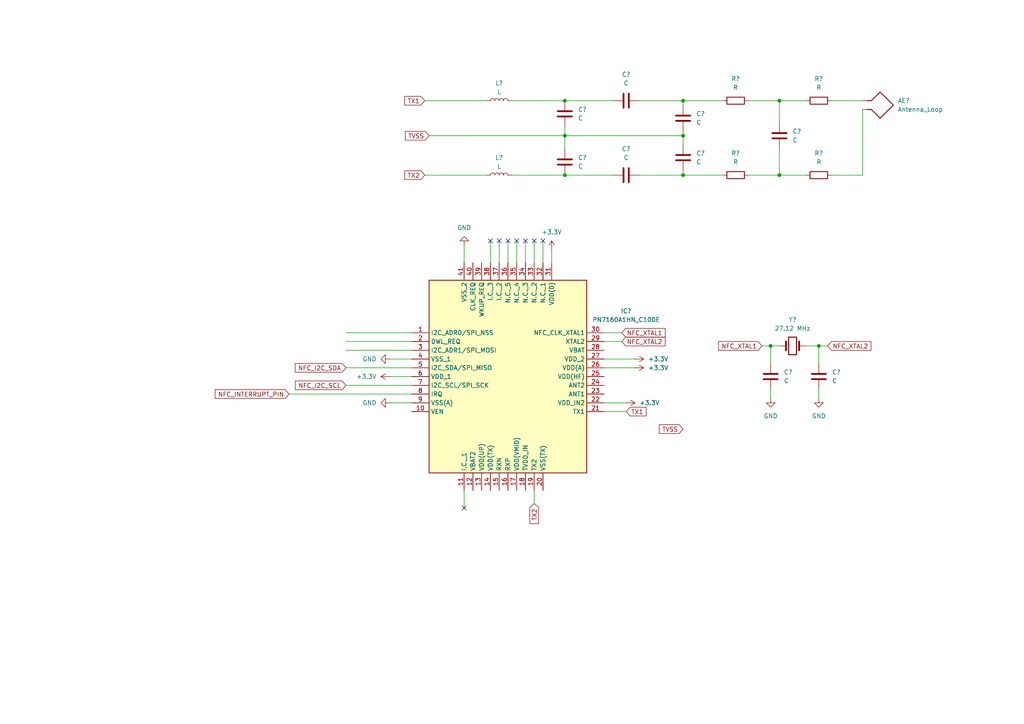
<source format=kicad_sch>
(kicad_sch (version 20231120) (generator "eeschema") (generator_version "8.0")
  (paper "A4")
  (lib_symbols
    (symbol "Device:Antenna_Loop" (pin_numbers hide) (pin_names (offset 1.016) hide)
      (property "Reference" "AE" (at 1.27 6.35 0))
      (property "Value" "Antenna_Loop" (at 1.27 5.08 0))
      (symbol "Antenna_Loop_0_1"
        (polyline (pts (xy 2.54 -3.81) (xy 2.54 -2.54) (xy 5.08 0) (xy 1.27 3.81) (xy -2.54 0) (xy 0 -2.54) (xy 0 -3.81)) (stroke (width 0.254)))
      )
      (symbol "Antenna_Loop_1_1"
        (pin input line (at 0 -5.08 90) (length 2.54) (name "~") (number "1"))
        (pin input line (at 2.54 -5.08 90) (length 2.54) (name "~") (number "2"))
      )
    )
    (symbol "Device:C" (pin_numbers hide) (pin_names (offset 0.254))
      (property "Reference" "C" (at 0.635 2.54 0))
      (property "Value" "C" (at 0.635 -2.54 0))
      (symbol "C_0_1"
        (polyline (pts (xy -2.032 -0.762) (xy 2.032 -0.762)) (stroke (width 0.508)))
        (polyline (pts (xy -2.032 0.762) (xy 2.032 0.762)) (stroke (width 0.508)))
      )
      (symbol "C_1_1"
        (pin passive line (at 0 3.81 270) (length 2.794) (name "~") (number "1"))
        (pin passive line (at 0 -3.81 90) (length 2.794) (name "~") (number "2"))
      )
    )
    (symbol "Device:Crystal" (pin_numbers hide) (pin_names (offset 1.016) hide)
      (property "Reference" "Y" (at 0 3.81 0))
      (property "Value" "Crystal" (at 0 -3.81 0))
      (symbol "Crystal_0_1"
        (rectangle (start -1.143 2.54) (end 1.143 -2.54) (stroke (width 0.3048)))
        (polyline (pts (xy -2.54 0) (xy -1.905 0)))
        (polyline (pts (xy -1.905 -1.27) (xy -1.905 1.27)) (stroke (width 0.508)))
        (polyline (pts (xy 1.905 -1.27) (xy 1.905 1.27)) (stroke (width 0.508)))
        (polyline (pts (xy 2.54 0) (xy 1.905 0)))
      )
      (symbol "Crystal_1_1"
        (pin passive line (at -3.81 0 0) (length 1.27) (name "1") (number "1"))
        (pin passive line (at 3.81 0 180) (length 1.27) (name "2") (number "2"))
      )
    )
    (symbol "Device:L" (pin_numbers hide) (pin_names (offset 1.016) hide)
      (property "Reference" "L" (at -1.27 0 90))
      (property "Value" "L" (at 1.905 0 90))
      (symbol "L_0_1"
        (arc (start 0 -2.54) (mid 0.6323 -1.905) (end 0 -1.27))
        (arc (start 0 -1.27) (mid 0.6323 -0.635) (end 0 0))
        (arc (start 0 0) (mid 0.6323 0.635) (end 0 1.27))
        (arc (start 0 1.27) (mid 0.6323 1.905) (end 0 2.54))
      )
      (symbol "L_1_1"
        (pin passive line (at 0 3.81 270) (length 1.27) (name "1") (number "1"))
        (pin passive line (at 0 -3.81 90) (length 1.27) (name "2") (number "2"))
      )
    )
    (symbol "Device:R" (pin_numbers hide) (pin_names (offset 0))
      (property "Reference" "R" (at 2.032 0 90))
      (property "Value" "R" (at 0 0 90))
      (symbol "R_0_1"
        (rectangle (start -1.016 -2.54) (end 1.016 2.54) (stroke (width 0.254)))
      )
      (symbol "R_1_1"
        (pin passive line (at 0 3.81 270) (length 1.27) (name "~") (number "1"))
        (pin passive line (at 0 -3.81 90) (length 1.27) (name "~") (number "2"))
      )
    )
    (symbol "PN7160A1HN_C100E:PN7160A1HN_C100E"
      (property "Reference" "IC" (at 52.07 20.32 0))
      (property "Value" "PN7160A1HN_C100E" (at 52.07 17.78 0))
      (symbol "PN7160A1HN_C100E_1_1"
        (rectangle (start 5.08 15.24) (end 50.8 -40.64) (stroke (width 0.254)) (fill (type background)))
        (pin passive line (at 0 0 0) (length 5.08) (name "I2C_ADR0/SPI_NSS") (number "1"))
        (pin passive line (at 0 -22.86 0) (length 5.08) (name "VEN") (number "10"))
        (pin passive line (at 15.24 -45.72 90) (length 5.08) (name "I.C._1") (number "11"))
        (pin passive line (at 17.78 -45.72 90) (length 5.08) (name "VBAT2") (number "12"))
        (pin passive line (at 20.32 -45.72 90) (length 5.08) (name "VDD(UP)") (number "13"))
        (pin passive line (at 22.86 -45.72 90) (length 5.08) (name "VDD(TX)") (number "14"))
        (pin passive line (at 25.4 -45.72 90) (length 5.08) (name "RXN") (number "15"))
        (pin passive line (at 27.94 -45.72 90) (length 5.08) (name "RXP") (number "16"))
        (pin passive line (at 30.48 -45.72 90) (length 5.08) (name "VDD(VMID)") (number "17"))
        (pin passive line (at 33.02 -45.72 90) (length 5.08) (name "TVDD_IN") (number "18"))
        (pin passive line (at 35.56 -45.72 90) (length 5.08) (name "TX2") (number "19"))
        (pin passive line (at 0 -2.54 0) (length 5.08) (name "DWL_REQ") (number "2"))
        (pin passive line (at 38.1 -45.72 90) (length 5.08) (name "VSS(TX)") (number "20"))
        (pin passive line (at 55.88 -22.86 180) (length 5.08) (name "TX1") (number "21"))
        (pin passive line (at 55.88 -20.32 180) (length 5.08) (name "VDD_IN2") (number "22"))
        (pin passive line (at 55.88 -17.78 180) (length 5.08) (name "ANT1") (number "23"))
        (pin passive line (at 55.88 -15.24 180) (length 5.08) (name "ANT2") (number "24"))
        (pin passive line (at 55.88 -12.7 180) (length 5.08) (name "VDD(HF)") (number "25"))
        (pin passive line (at 55.88 -10.16 180) (length 5.08) (name "VDD(A)") (number "26"))
        (pin passive line (at 55.88 -7.62 180) (length 5.08) (name "VDD_2") (number "27"))
        (pin passive line (at 55.88 -5.08 180) (length 5.08) (name "VBAT") (number "28"))
        (pin passive line (at 55.88 -2.54 180) (length 5.08) (name "XTAL2") (number "29"))
        (pin passive line (at 0 -5.08 0) (length 5.08) (name "I2C_ADR1/SPI_MOSI") (number "3"))
        (pin passive line (at 55.88 0 180) (length 5.08) (name "NFC_CLK_XTAL1") (number "30"))
        (pin passive line (at 40.64 20.32 270) (length 5.08) (name "VDD(D)") (number "31"))
        (pin passive line (at 38.1 20.32 270) (length 5.08) (name "N.C._1") (number "32"))
        (pin passive line (at 35.56 20.32 270) (length 5.08) (name "N.C._2") (number "33"))
        (pin passive line (at 33.02 20.32 270) (length 5.08) (name "N.C._3") (number "34"))
        (pin passive line (at 30.48 20.32 270) (length 5.08) (name "N.C._4") (number "35"))
        (pin passive line (at 27.94 20.32 270) (length 5.08) (name "N.C._5") (number "36"))
        (pin passive line (at 25.4 20.32 270) (length 5.08) (name "I.C._2") (number "37"))
        (pin passive line (at 22.86 20.32 270) (length 5.08) (name "I.C._3") (number "38"))
        (pin passive line (at 20.32 20.32 270) (length 5.08) (name "WKUP_REQ") (number "39"))
        (pin passive line (at 0 -7.62 0) (length 5.08) (name "VSS_1") (number "4"))
        (pin passive line (at 17.78 20.32 270) (length 5.08) (name "CLK_REQ") (number "40"))
        (pin passive line (at 15.24 20.32 270) (length 5.08) (name "VSS_2") (number "41"))
        (pin passive line (at 0 -10.16 0) (length 5.08) (name "I2C_SDA/SPI_MISO") (number "5"))
        (pin passive line (at 0 -12.7 0) (length 5.08) (name "VDD_1") (number "6"))
        (pin passive line (at 0 -15.24 0) (length 5.08) (name "I2C_SCL/SPI_SCK") (number "7"))
        (pin passive line (at 0 -17.78 0) (length 5.08) (name "IRQ") (number "8"))
        (pin passive line (at 0 -20.32 0) (length 5.08) (name "VSS(A)") (number "9"))
      )
    )
    (symbol "power:+3.3V" (power) (pin_numbers hide) (pin_names (offset 0) hide)
      (property "Value" "+3.3V" (at 0 3.556 0))
      (symbol "+3.3V_0_1"
        (polyline (pts (xy -0.762 1.27) (xy 0 2.54)))
        (polyline (pts (xy 0 0) (xy 0 2.54)))
        (polyline (pts (xy 0 2.54) (xy 0.762 1.27)))
      )
      (symbol "+3.3V_1_1"
        (pin power_in line (at 0 0 90) (length 0) (name "~") (number "1"))
      )
    )
    (symbol "power:GND" (power) (pin_numbers hide) (pin_names (offset 0) hide)
      (property "Value" "GND" (at 0 -3.81 0))
      (symbol "GND_0_1"
        (polyline (pts (xy 0 0) (xy 0 -1.27) (xy 1.27 -1.27) (xy 0 -2.54) (xy -1.27 -1.27) (xy 0 -1.27)))
      )
      (symbol "GND_1_1"
        (pin power_in line (at 0 0 270) (length 0) (name "~") (number "1"))
      )
    )
  )
  (junction (at 198.12 39.37))
  (junction (at 226.06 50.8))
  (junction (at 237.49 100.33))
  (junction (at 163.83 29.21))
  (junction (at 198.12 50.8))
  (junction (at 163.83 39.37))
  (junction (at 163.83 50.8))
  (junction (at 223.52 100.33))
  (junction (at 198.12 29.21))
  (junction (at 226.06 29.21))
  (no_connect (at 157.48 69.85))
  (no_connect (at 152.4 69.85))
  (no_connect (at 134.62 147.32))
  (no_connect (at 154.94 69.85))
  (no_connect (at 147.32 69.85))
  (no_connect (at 142.24 69.85))
  (no_connect (at 144.78 69.85))
  (no_connect (at 149.86 69.85))
  (wire (pts (xy 175.26 99.06) (xy 180.34 99.06)))
  (wire (pts (xy 233.68 100.33) (xy 237.49 100.33)))
  (wire (pts (xy 226.06 50.8) (xy 233.68 50.8)))
  (wire (pts (xy 175.26 106.68) (xy 184.15 106.68)))
  (wire (pts (xy 198.12 39.37) (xy 198.12 41.91)))
  (wire (pts (xy 148.59 50.8) (xy 163.83 50.8)))
  (wire (pts (xy 163.83 36.83) (xy 163.83 39.37)))
  (wire (pts (xy 237.49 100.33) (xy 240.03 100.33)))
  (wire (pts (xy 175.26 119.38) (xy 181.61 119.38)))
  (wire (pts (xy 134.62 71.12) (xy 134.62 76.2)))
  (wire (pts (xy 241.3 29.21) (xy 250.19 29.21)))
  (wire (pts (xy 100.33 106.68) (xy 119.38 106.68)))
  (wire (pts (xy 223.52 113.03) (xy 223.52 115.57)))
  (wire (pts (xy 123.19 50.8) (xy 140.97 50.8)))
  (wire (pts (xy 163.83 29.21) (xy 177.8 29.21)))
  (wire (pts (xy 185.42 29.21) (xy 198.12 29.21)))
  (wire (pts (xy 163.83 39.37) (xy 198.12 39.37)))
  (wire (pts (xy 226.06 35.56) (xy 226.06 29.21)))
  (wire (pts (xy 198.12 38.1) (xy 198.12 39.37)))
  (wire (pts (xy 185.42 50.8) (xy 198.12 50.8)))
  (wire (pts (xy 217.17 50.8) (xy 226.06 50.8)))
  (wire (pts (xy 223.52 100.33) (xy 226.06 100.33)))
  (wire (pts (xy 100.33 111.76) (xy 119.38 111.76)))
  (wire (pts (xy 134.62 142.24) (xy 134.62 147.32)))
  (wire (pts (xy 157.48 69.85) (xy 157.48 76.2)))
  (wire (pts (xy 237.49 100.33) (xy 237.49 105.41)))
  (wire (pts (xy 198.12 29.21) (xy 209.55 29.21)))
  (wire (pts (xy 237.49 113.03) (xy 237.49 115.57)))
  (wire (pts (xy 198.12 50.8) (xy 209.55 50.8)))
  (wire (pts (xy 113.03 109.22) (xy 119.38 109.22)))
  (wire (pts (xy 144.78 69.85) (xy 144.78 76.2)))
  (wire (pts (xy 175.26 116.84) (xy 181.61 116.84)))
  (wire (pts (xy 220.98 100.33) (xy 223.52 100.33)))
  (wire (pts (xy 160.02 72.39) (xy 160.02 76.2)))
  (wire (pts (xy 100.33 101.6) (xy 119.38 101.6)))
  (wire (pts (xy 154.94 142.24) (xy 154.94 146.05)))
  (wire (pts (xy 123.19 29.21) (xy 140.97 29.21)))
  (wire (pts (xy 217.17 29.21) (xy 226.06 29.21)))
  (wire (pts (xy 113.03 104.14) (xy 119.38 104.14)))
  (wire (pts (xy 226.06 43.18) (xy 226.06 50.8)))
  (wire (pts (xy 152.4 69.85) (xy 152.4 76.2)))
  (wire (pts (xy 124.46 39.37) (xy 163.83 39.37)))
  (wire (pts (xy 175.26 104.14) (xy 184.15 104.14)))
  (wire (pts (xy 147.32 69.85) (xy 147.32 76.2)))
  (wire (pts (xy 83.82 114.3) (xy 119.38 114.3)))
  (wire (pts (xy 198.12 30.48) (xy 198.12 29.21)))
  (wire (pts (xy 250.19 31.75) (xy 250.19 50.8)))
  (wire (pts (xy 198.12 49.53) (xy 198.12 50.8)))
  (wire (pts (xy 100.33 96.52) (xy 119.38 96.52)))
  (wire (pts (xy 154.94 69.85) (xy 154.94 76.2)))
  (wire (pts (xy 149.86 69.85) (xy 149.86 76.2)))
  (wire (pts (xy 113.03 116.84) (xy 119.38 116.84)))
  (wire (pts (xy 223.52 105.41) (xy 223.52 100.33)))
  (wire (pts (xy 226.06 29.21) (xy 233.68 29.21)))
  (wire (pts (xy 100.33 99.06) (xy 119.38 99.06)))
  (wire (pts (xy 148.59 29.21) (xy 163.83 29.21)))
  (wire (pts (xy 163.83 39.37) (xy 163.83 43.18)))
  (wire (pts (xy 142.24 69.85) (xy 142.24 76.2)))
  (wire (pts (xy 163.83 50.8) (xy 177.8 50.8)))
  (wire (pts (xy 175.26 96.52) (xy 180.34 96.52)))
  (wire (pts (xy 250.19 50.8) (xy 241.3 50.8)))
  (global_label "NFC_INTERRUPT_PIN" (shape input) (at 83.82 114.3 180) (property "Intersheetrefs" "${INTERSHEET_REFS}" (effects (hide yes))))
  (global_label "TVSS" (shape input) (at 198.12 124.46 180) (property "Intersheetrefs" "${INTERSHEET_REFS}" (effects (hide yes))))
  (global_label "NFC_XTAL2" (shape input) (at 180.34 99.06 0) (property "Intersheetrefs" "${INTERSHEET_REFS}" (effects (hide yes))))
  (global_label "NFC_XTAL2" (shape input) (at 240.03 100.33 0) (property "Intersheetrefs" "${INTERSHEET_REFS}" (effects (hide yes))))
  (global_label "TX2" (shape input) (at 123.19 50.8 180) (property "Intersheetrefs" "${INTERSHEET_REFS}" (effects (hide yes))))
  (global_label "NFC_I2C_SDA" (shape input) (at 100.33 106.68 180) (property "Intersheetrefs" "${INTERSHEET_REFS}" (effects (hide yes))))
  (global_label "NFC_XTAL1" (shape input) (at 180.34 96.52 0) (property "Intersheetrefs" "${INTERSHEET_REFS}" (effects (hide yes))))
  (global_label "NFC_I2C_SCL" (shape input) (at 100.33 111.76 180) (property "Intersheetrefs" "${INTERSHEET_REFS}" (effects (hide yes))))
  (global_label "TVSS" (shape input) (at 124.46 39.37 180) (property "Intersheetrefs" "${INTERSHEET_REFS}" (effects (hide yes))))
  (global_label "NFC_XTAL1" (shape input) (at 220.98 100.33 180) (property "Intersheetrefs" "${INTERSHEET_REFS}" (effects (hide yes))))
  (global_label "TX1" (shape input) (at 181.61 119.38 0) (property "Intersheetrefs" "${INTERSHEET_REFS}" (effects (hide yes))))
  (global_label "TX1" (shape input) (at 123.19 29.21 180) (property "Intersheetrefs" "${INTERSHEET_REFS}" (effects (hide yes))))
  (global_label "TX2" (shape input) (at 154.94 146.05 270) (property "Intersheetrefs" "${INTERSHEET_REFS}" (effects (hide yes))))
  (symbol (lib_id "Device:R") (at 213.36 29.21 90) (unit 1)
    (property "Reference" "R?" (at 213.36 22.86 90))
    (property "Value" "R" (at 213.36 25.4 90))
    (property "Description" "Resistor" (effects (hide yes)))
  )
  (symbol (lib_id "Device:C") (at 198.12 34.29 0) (unit 1)
    (property "Reference" "C?" (at 201.93 33.0199 0) (effects (justify left)))
    (property "Value" "C" (at 201.93 35.5599 0) (effects (justify left)))
    (property "Description" "Unpolarized capacitor" (effects (hide yes)))
  )
  (symbol (lib_id "power:GND") (at 223.52 115.57 0) (unit 1)
    (property "Reference" "#PWR022" (effects (hide yes)))
    (property "Value" "GND" (at 223.52 120.65 0))
    (property "Description" "Power symbol creates a global label with name \"GND\" , ground" (effects (hide yes)))
  )
  (symbol (lib_id "Device:C") (at 223.52 109.22 0) (unit 1)
    (property "Reference" "C?" (at 227.33 107.9499 0) (effects (justify left)))
    (property "Value" "C" (at 227.33 110.4899 0) (effects (justify left)))
    (property "Description" "Unpolarized capacitor" (effects (hide yes)))
  )
  (symbol (lib_id "power:+3.3V") (at 160.02 72.39 0) (unit 1)
    (property "Reference" "#PWR019" (effects (hide yes)))
    (property "Value" "+3.3V" (at 160.02 67.31 0))
    (property "Description" "Power symbol creates a global label with name \"+3.3V\"" (effects (hide yes)))
  )
  (symbol (lib_id "Device:L") (at 144.78 50.8 90) (unit 1)
    (property "Reference" "L?" (at 144.78 45.72 90))
    (property "Value" "L" (at 144.78 48.26 90))
    (property "Description" "Inductor" (effects (hide yes)))
  )
  (symbol (lib_id "Device:R") (at 213.36 50.8 90) (unit 1)
    (property "Reference" "R?" (at 213.36 44.45 90))
    (property "Value" "R" (at 213.36 46.99 90))
    (property "Description" "Resistor" (effects (hide yes)))
  )
  (symbol (lib_id "power:+3.3V") (at 184.15 106.68 270) (unit 1)
    (property "Reference" "#PWR021" (effects (hide yes)))
    (property "Value" "+3.3V" (at 187.96 106.6799 90) (effects (justify left)))
    (property "Description" "Power symbol creates a global label with name \"+3.3V\"" (effects (hide yes)))
  )
  (symbol (lib_id "Device:Antenna_Loop") (at 255.27 29.21 270) (unit 1)
    (property "Reference" "AE?" (at 260.35 29.2099 90) (effects (justify left)))
    (property "Value" "Antenna_Loop" (at 260.35 31.7499 90) (effects (justify left)))
    (property "Description" "Loop antenna" (effects (hide yes)))
  )
  (symbol (lib_id "Device:C") (at 237.49 109.22 0) (unit 1)
    (property "Reference" "C?" (at 241.3 107.9499 0) (effects (justify left)))
    (property "Value" "C" (at 241.3 110.4899 0) (effects (justify left)))
    (property "Description" "Unpolarized capacitor" (effects (hide yes)))
  )
  (symbol (lib_id "Device:L") (at 144.78 29.21 90) (unit 1)
    (property "Reference" "L?" (at 144.78 24.13 90))
    (property "Value" "L" (at 144.78 26.67 90))
    (property "Description" "Inductor" (effects (hide yes)))
  )
  (symbol (lib_id "Device:R") (at 237.49 29.21 90) (unit 1)
    (property "Reference" "R?" (at 237.49 22.86 90))
    (property "Value" "R" (at 237.49 25.4 90))
    (property "Description" "Resistor" (effects (hide yes)))
  )
  (symbol (lib_id "Device:C") (at 163.83 33.02 180) (unit 1)
    (property "Reference" "C?" (at 167.64 31.7499 0) (effects (justify right)))
    (property "Value" "C" (at 167.64 34.2899 0) (effects (justify right)))
    (property "Description" "Unpolarized capacitor" (effects (hide yes)))
  )
  (symbol (lib_id "PN7160A1HN_C100E:PN7160A1HN_C100E") (at 119.38 96.52 0) (unit 1)
    (property "Reference" "IC?" (at 181.61 90.2014 0))
    (property "Value" "PN7160A1HN_C100E" (at 181.61 92.7414 0))
    (property "Footprint" "QFN50P600X600X100-41N-D" (effects (hide yes)))
    (property "Datasheet" "https://www.nxp.com/docs/en/data-sheet/PN7160_PN7161.pdf" (effects (hide yes)))
    (property "Description" "NFC/RFID Tags & Transponders NFC Plug and Play Controller with Integrated Firmware and NCI Interface" (effects (hide yes)))
    (property "Height" "1" (effects (hide yes)))
    (property "Mouser Part Number" "771-PN7160A1HN/C100E" (effects (hide yes)))
    (property "Mouser Price/Stock" "https://www.mouser.co.uk/ProductDetail/NXP-Semiconductors/PN7160A1HN-C100E?qs=A6eO%252BMLsxmTVDOGz3YvVLA%3D%3D" (effects (hide yes)))
    (property "Manufacturer_Name" "NXP" (effects (hide yes)))
    (property "Manufacturer_Part_Number" "PN7160A1HN/C100E" (effects (hide yes)))
  )
  (symbol (lib_id "Device:Crystal") (at 229.87 100.33 180) (unit 1)
    (property "Reference" "Y?" (at 229.87 92.71 0))
    (property "Value" "27.12 MHz" (at 229.87 95.25 0))
    (property "Description" "Two pin crystal" (effects (hide yes)))
  )
  (symbol (lib_id "power:GND") (at 113.03 104.14 270) (unit 1)
    (property "Reference" "#PWR016" (effects (hide yes)))
    (property "Value" "GND" (at 109.22 104.1399 90) (effects (justify right)))
    (property "Description" "Power symbol creates a global label with name \"GND\" , ground" (effects (hide yes)))
  )
  (symbol (lib_id "Device:C") (at 181.61 50.8 90) (unit 1)
    (property "Reference" "C?" (at 181.61 43.18 90))
    (property "Value" "C" (at 181.61 45.72 90))
    (property "Description" "Unpolarized capacitor" (effects (hide yes)))
  )
  (symbol (lib_id "power:GND") (at 113.03 116.84 270) (unit 1)
    (property "Reference" "#PWR014" (effects (hide yes)))
    (property "Value" "GND" (at 109.22 116.8399 90) (effects (justify right)))
    (property "Description" "Power symbol creates a global label with name \"GND\" , ground" (effects (hide yes)))
  )
  (symbol (lib_id "power:GND") (at 237.49 115.57 0) (unit 1)
    (property "Reference" "#PWR023" (effects (hide yes)))
    (property "Value" "GND" (at 237.49 120.65 0))
    (property "Description" "Power symbol creates a global label with name \"GND\" , ground" (effects (hide yes)))
  )
  (symbol (lib_id "power:+3.3V") (at 113.03 109.22 90) (unit 1)
    (property "Reference" "#PWR015" (effects (hide yes)))
    (property "Value" "+3.3V" (at 109.22 109.2199 90) (effects (justify left)))
    (property "Description" "Power symbol creates a global label with name \"+3.3V\"" (effects (hide yes)))
  )
  (symbol (lib_id "power:GND") (at 134.62 71.12 180) (unit 1)
    (property "Reference" "#PWR017" (effects (hide yes)))
    (property "Value" "GND" (at 134.62 66.04 0))
    (property "Description" "Power symbol creates a global label with name \"GND\" , ground" (effects (hide yes)))
  )
  (symbol (lib_id "Device:C") (at 226.06 39.37 0) (unit 1)
    (property "Reference" "C?" (at 229.87 38.0999 0) (effects (justify left)))
    (property "Value" "C" (at 229.87 40.6399 0) (effects (justify left)))
    (property "Description" "Unpolarized capacitor" (effects (hide yes)))
  )
  (symbol (lib_id "Device:C") (at 198.12 45.72 0) (unit 1)
    (property "Reference" "C?" (at 201.93 44.4499 0) (effects (justify left)))
    (property "Value" "C" (at 201.93 46.9899 0) (effects (justify left)))
    (property "Description" "Unpolarized capacitor" (effects (hide yes)))
  )
  (symbol (lib_id "Device:C") (at 181.61 29.21 90) (unit 1)
    (property "Reference" "C?" (at 181.61 21.59 90))
    (property "Value" "C" (at 181.61 24.13 90))
    (property "Description" "Unpolarized capacitor" (effects (hide yes)))
  )
  (symbol (lib_id "power:+3.3V") (at 184.15 104.14 270) (unit 1)
    (property "Reference" "#PWR020" (effects (hide yes)))
    (property "Value" "+3.3V" (at 187.96 104.1399 90) (effects (justify left)))
    (property "Description" "Power symbol creates a global label with name \"+3.3V\"" (effects (hide yes)))
  )
  (symbol (lib_id "Device:R") (at 237.49 50.8 90) (unit 1)
    (property "Reference" "R?" (at 237.49 44.45 90))
    (property "Value" "R" (at 237.49 46.99 90))
    (property "Description" "Resistor" (effects (hide yes)))
  )
  (symbol (lib_id "power:+3.3V") (at 181.61 116.84 270) (unit 1)
    (property "Reference" "#PWR018" (effects (hide yes)))
    (property "Value" "+3.3V" (at 185.42 116.8399 90) (effects (justify left)))
    (property "Description" "Power symbol creates a global label with name \"+3.3V\"" (effects (hide yes)))
  )
  (symbol (lib_id "Device:C") (at 163.83 46.99 180) (unit 1)
    (property "Reference" "C?" (at 167.64 45.7199 0) (effects (justify right)))
    (property "Value" "C" (at 167.64 48.2599 0) (effects (justify right)))
    (property "Description" "Unpolarized capacitor" (effects (hide yes)))
  )
)
</source>
